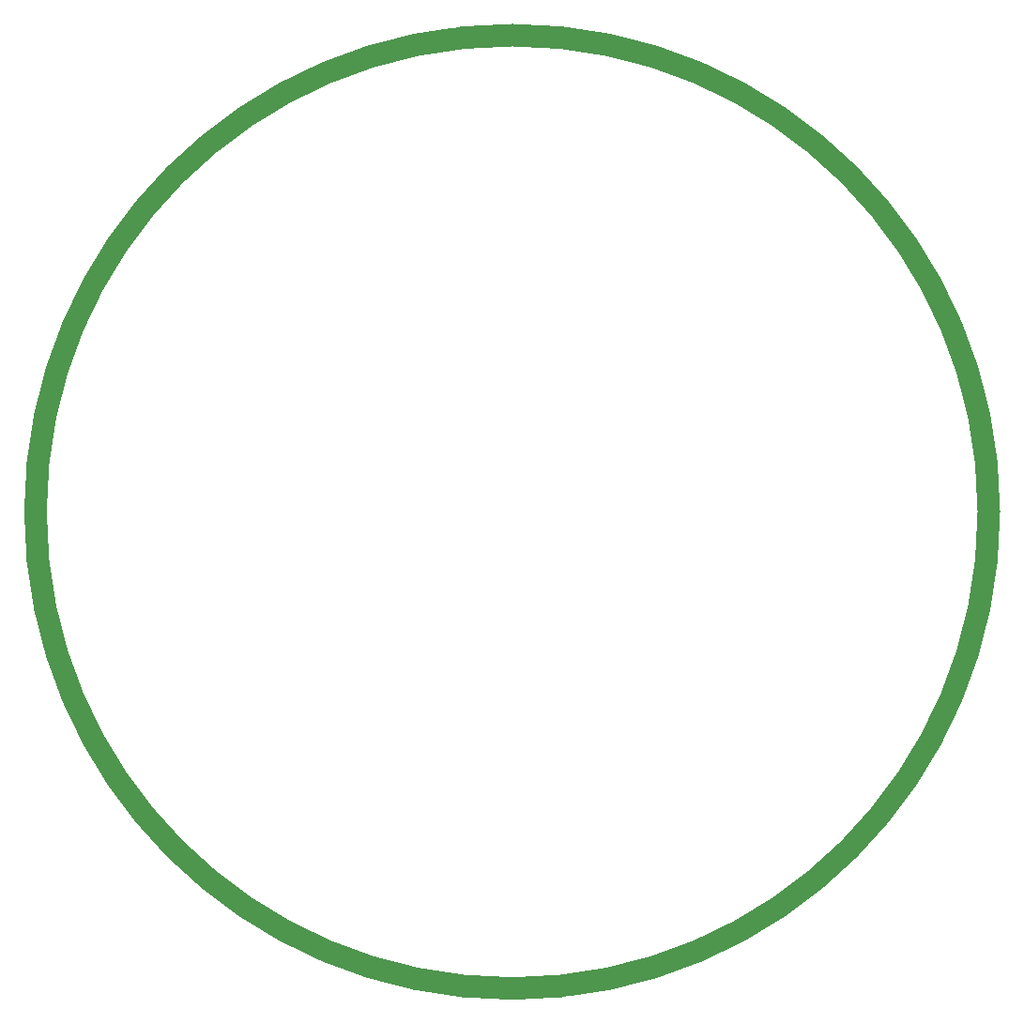
<source format=gko>
G04*
G04 #@! TF.GenerationSoftware,Altium Limited,Altium Designer,20.2.6 (244)*
G04*
G04 Layer_Color=16711935*
%FSAX44Y44*%
%MOMM*%
G71*
G04*
G04 #@! TF.SameCoordinates,65735EED-05C8-4403-9655-43ED446DB93E*
G04*
G04*
G04 #@! TF.FilePolarity,Positive*
G04*
G01*
G75*
%ADD64C,2.0000*%
D64*
X00870000Y00438000D02*
G03*
X00870000Y00438000I-00430000J00000000D01*
G01*
M02*

</source>
